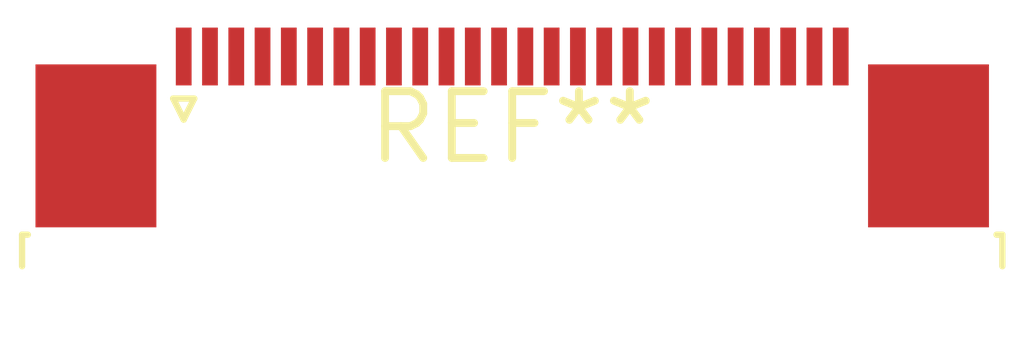
<source format=kicad_pcb>
(kicad_pcb (version 20240108) (generator pcbnew)
  (layers (0 "F.Cu" signal) (31 "B.Cu" signal) (34 "B.Paste" user) (35 "F.Paste" user) (36 "B.SilkS" user "B.Silkscreen") (37 "F.SilkS" user "F.Silkscreen") (38 "B.Mask" user) (39 "F.Mask" user) (44 "Edge.Cuts" user))
  (net 0 "")
  (footprint "TE_2-1734839-6_1x26-1MP_P0.5mm_Horizontal" (layer "F.Cu") (at 0 0)
    (property "Reference" "REF**")
    (property "Value" "PCB Edge")
    (fp_line (start -9.325 2.04) (end -9.325 2.64) (layer "F.SilkS") (stroke (width 0.12)))
    (fp_line (start -9.215 2.04) (end -9.325 2.04) (layer "F.SilkS") (stroke (width 0.12)))
    (fp_line (start -6.45 -0.55) (end -6.25 -0.15) (layer "F.SilkS") (stroke (width 0.12)))
    (fp_line (start -6.25 -0.15) (end -6.05 -0.55) (layer "F.SilkS") (stroke (width 0.12)))
    (fp_line (start -6.05 -0.55) (end -6.45 -0.55) (layer "F.SilkS") (stroke (width 0.12)))
    (fp_line (start 9.215 2.04) (end 9.325 2.04) (layer "F.SilkS") (stroke (width 0.12)))
    (fp_line (start 9.325 2.04) (end 9.325 2.64) (layer "F.SilkS") (stroke (width 0.12)))
    (pad "1" smd rect (at -6.25 -1.35) (size 0.3 1.1) (layers "F.Cu" "F.Paste" "F.Mask"))
    (pad "2" smd rect (at -5.75 -1.35) (size 0.3 1.1) (layers "F.Cu" "F.Paste" "F.Mask"))
    (pad "3" smd rect (at -5.25 -1.35) (size 0.3 1.1) (layers "F.Cu" "F.Paste" "F.Mask"))
    (pad "4" smd rect (at -4.75 -1.35) (size 0.3 1.1) (layers "F.Cu" "F.Paste" "F.Mask"))
    (pad "5" smd rect (at -4.25 -1.35) (size 0.3 1.1) (layers "F.Cu" "F.Paste" "F.Mask"))
    (pad "6" smd rect (at -3.75 -1.35) (size 0.3 1.1) (layers "F.Cu" "F.Paste" "F.Mask"))
    (pad "7" smd rect (at -3.25 -1.35) (size 0.3 1.1) (layers "F.Cu" "F.Paste" "F.Mask"))
    (pad "8" smd rect (at -2.75 -1.35) (size 0.3 1.1) (layers "F.Cu" "F.Paste" "F.Mask"))
    (pad "9" smd rect (at -2.25 -1.35) (size 0.3 1.1) (layers "F.Cu" "F.Paste" "F.Mask"))
    (pad "10" smd rect (at -1.75 -1.35) (size 0.3 1.1) (layers "F.Cu" "F.Paste" "F.Mask"))
    (pad "11" smd rect (at -1.25 -1.35) (size 0.3 1.1) (layers "F.Cu" "F.Paste" "F.Mask"))
    (pad "12" smd rect (at -0.75 -1.35) (size 0.3 1.1) (layers "F.Cu" "F.Paste" "F.Mask"))
    (pad "13" smd rect (at -0.25 -1.35) (size 0.3 1.1) (layers "F.Cu" "F.Paste" "F.Mask"))
    (pad "14" smd rect (at 0.25 -1.35) (size 0.3 1.1) (layers "F.Cu" "F.Paste" "F.Mask"))
    (pad "15" smd rect (at 0.75 -1.35) (size 0.3 1.1) (layers "F.Cu" "F.Paste" "F.Mask"))
    (pad "16" smd rect (at 1.25 -1.35) (size 0.3 1.1) (layers "F.Cu" "F.Paste" "F.Mask"))
    (pad "17" smd rect (at 1.75 -1.35) (size 0.3 1.1) (layers "F.Cu" "F.Paste" "F.Mask"))
    (pad "18" smd rect (at 2.25 -1.35) (size 0.3 1.1) (layers "F.Cu" "F.Paste" "F.Mask"))
    (pad "19" smd rect (at 2.75 -1.35) (size 0.3 1.1) (layers "F.Cu" "F.Paste" "F.Mask"))
    (pad "20" smd rect (at 3.25 -1.35) (size 0.3 1.1) (layers "F.Cu" "F.Paste" "F.Mask"))
    (pad "21" smd rect (at 3.75 -1.35) (size 0.3 1.1) (layers "F.Cu" "F.Paste" "F.Mask"))
    (pad "22" smd rect (at 4.25 -1.35) (size 0.3 1.1) (layers "F.Cu" "F.Paste" "F.Mask"))
    (pad "23" smd rect (at 4.75 -1.35) (size 0.3 1.1) (layers "F.Cu" "F.Paste" "F.Mask"))
    (pad "24" smd rect (at 5.25 -1.35) (size 0.3 1.1) (layers "F.Cu" "F.Paste" "F.Mask"))
    (pad "25" smd rect (at 5.75 -1.35) (size 0.3 1.1) (layers "F.Cu" "F.Paste" "F.Mask"))
    (pad "26" smd rect (at 6.25 -1.35) (size 0.3 1.1) (layers "F.Cu" "F.Paste" "F.Mask"))
    (pad "MP" smd rect (at -7.92 0.35) (size 2.3 3.1) (layers "F.Cu" "F.Paste" "F.Mask"))
    (pad "MP" smd rect (at 7.92 0.35) (size 2.3 3.1) (layers "F.Cu" "F.Paste" "F.Mask"))
  )
)
</source>
